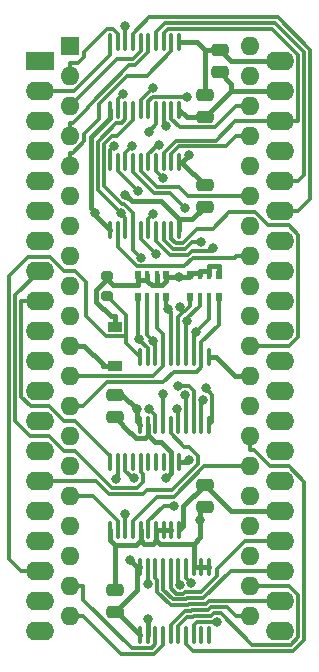
<source format=gbl>
G04 #@! TF.GenerationSoftware,KiCad,Pcbnew,(6.0.9)*
G04 #@! TF.CreationDate,2025-04-02T09:35:11+02:00*
G04 #@! TF.ProjectId,Sombrero_MSX_Goa'uld,536f6d62-7265-4726-9f5f-4d53585f476f,rev?*
G04 #@! TF.SameCoordinates,Original*
G04 #@! TF.FileFunction,Copper,L4,Bot*
G04 #@! TF.FilePolarity,Positive*
%FSLAX46Y46*%
G04 Gerber Fmt 4.6, Leading zero omitted, Abs format (unit mm)*
G04 Created by KiCad (PCBNEW (6.0.9)) date 2025-04-02 09:35:11*
%MOMM*%
%LPD*%
G01*
G04 APERTURE LIST*
G04 Aperture macros list*
%AMRoundRect*
0 Rectangle with rounded corners*
0 $1 Rounding radius*
0 $2 $3 $4 $5 $6 $7 $8 $9 X,Y pos of 4 corners*
0 Add a 4 corners polygon primitive as box body*
4,1,4,$2,$3,$4,$5,$6,$7,$8,$9,$2,$3,0*
0 Add four circle primitives for the rounded corners*
1,1,$1+$1,$2,$3*
1,1,$1+$1,$4,$5*
1,1,$1+$1,$6,$7*
1,1,$1+$1,$8,$9*
0 Add four rect primitives between the rounded corners*
20,1,$1+$1,$2,$3,$4,$5,0*
20,1,$1+$1,$4,$5,$6,$7,0*
20,1,$1+$1,$6,$7,$8,$9,0*
20,1,$1+$1,$8,$9,$2,$3,0*%
G04 Aperture macros list end*
G04 #@! TA.AperFunction,ComponentPad*
%ADD10R,2.400000X1.600000*%
G04 #@! TD*
G04 #@! TA.AperFunction,ComponentPad*
%ADD11O,2.400000X1.600000*%
G04 #@! TD*
G04 #@! TA.AperFunction,ComponentPad*
%ADD12R,1.600000X1.600000*%
G04 #@! TD*
G04 #@! TA.AperFunction,ComponentPad*
%ADD13O,1.600000X1.600000*%
G04 #@! TD*
G04 #@! TA.AperFunction,SMDPad,CuDef*
%ADD14RoundRect,0.100000X0.100000X-0.637500X0.100000X0.637500X-0.100000X0.637500X-0.100000X-0.637500X0*%
G04 #@! TD*
G04 #@! TA.AperFunction,SMDPad,CuDef*
%ADD15RoundRect,0.100000X-0.100000X0.637500X-0.100000X-0.637500X0.100000X-0.637500X0.100000X0.637500X0*%
G04 #@! TD*
G04 #@! TA.AperFunction,SMDPad,CuDef*
%ADD16RoundRect,0.250000X-0.475000X0.250000X-0.475000X-0.250000X0.475000X-0.250000X0.475000X0.250000X0*%
G04 #@! TD*
G04 #@! TA.AperFunction,SMDPad,CuDef*
%ADD17R,0.500000X0.800000*%
G04 #@! TD*
G04 #@! TA.AperFunction,SMDPad,CuDef*
%ADD18R,0.400000X0.800000*%
G04 #@! TD*
G04 #@! TA.AperFunction,SMDPad,CuDef*
%ADD19R,1.200000X0.900000*%
G04 #@! TD*
G04 #@! TA.AperFunction,SMDPad,CuDef*
%ADD20RoundRect,0.250000X0.475000X-0.250000X0.475000X0.250000X-0.475000X0.250000X-0.475000X-0.250000X0*%
G04 #@! TD*
G04 #@! TA.AperFunction,SMDPad,CuDef*
%ADD21RoundRect,0.200000X-0.275000X0.200000X-0.275000X-0.200000X0.275000X-0.200000X0.275000X0.200000X0*%
G04 #@! TD*
G04 #@! TA.AperFunction,ViaPad*
%ADD22C,0.800000*%
G04 #@! TD*
G04 #@! TA.AperFunction,Conductor*
%ADD23C,0.450000*%
G04 #@! TD*
G04 #@! TA.AperFunction,Conductor*
%ADD24C,0.400600*%
G04 #@! TD*
G04 #@! TA.AperFunction,Conductor*
%ADD25C,0.300000*%
G04 #@! TD*
G04 APERTURE END LIST*
D10*
X137160000Y-77470000D03*
D11*
X137160000Y-80010000D03*
X137160000Y-82550000D03*
X137160000Y-85090000D03*
X137160000Y-87630000D03*
X137160000Y-90170000D03*
X137160000Y-92710000D03*
X137160000Y-95250000D03*
X137160000Y-97790000D03*
X137160000Y-100330000D03*
X137160000Y-102870000D03*
X137160000Y-105410000D03*
X137160000Y-107950000D03*
X137160000Y-110490000D03*
X137160000Y-113030000D03*
X137160000Y-115570000D03*
X137160000Y-118110000D03*
X137160000Y-120650000D03*
X137160000Y-123190000D03*
X137160000Y-125730000D03*
X157480000Y-125730000D03*
X157480000Y-123190000D03*
X157480000Y-120650000D03*
X157480000Y-118110000D03*
X157480000Y-115570000D03*
X157480000Y-113030000D03*
X157480000Y-110490000D03*
X157480000Y-107950000D03*
X157480000Y-105410000D03*
X157480000Y-102870000D03*
X157480000Y-100330000D03*
X157480000Y-97790000D03*
X157480000Y-95250000D03*
X157480000Y-92710000D03*
X157480000Y-90170000D03*
X157480000Y-87630000D03*
X157480000Y-85090000D03*
X157480000Y-82550000D03*
X157480000Y-80010000D03*
X157480000Y-77470000D03*
D12*
X139710000Y-76200000D03*
D13*
X139710000Y-78740000D03*
X139710000Y-81280000D03*
X139710000Y-83820000D03*
X139710000Y-86360000D03*
X139710000Y-88900000D03*
X139710000Y-91440000D03*
X139710000Y-93980000D03*
X139710000Y-96520000D03*
X139710000Y-99060000D03*
X139710000Y-101600000D03*
X139710000Y-104140000D03*
X139710000Y-106680000D03*
X139710000Y-109220000D03*
X139710000Y-111760000D03*
X139710000Y-114300000D03*
X139710000Y-116840000D03*
X139710000Y-119380000D03*
X139710000Y-121920000D03*
X139710000Y-124460000D03*
X154950000Y-124460000D03*
X154950000Y-121920000D03*
X154950000Y-119380000D03*
X154950000Y-116840000D03*
X154950000Y-114300000D03*
X154950000Y-111760000D03*
X154950000Y-109220000D03*
X154950000Y-106680000D03*
X154950000Y-104140000D03*
X154950000Y-101600000D03*
X154950000Y-99060000D03*
X154950000Y-96520000D03*
X154950000Y-93980000D03*
X154950000Y-91440000D03*
X154950000Y-88900000D03*
X154950000Y-86360000D03*
X154950000Y-83820000D03*
X154950000Y-81280000D03*
X154950000Y-78740000D03*
X154950000Y-76200000D03*
D14*
X148975000Y-91762500D03*
X148325000Y-91762500D03*
X147675000Y-91762500D03*
X147025000Y-91762500D03*
X146375000Y-91762500D03*
X145725000Y-91762500D03*
X145075000Y-91762500D03*
X144425000Y-91762500D03*
X143775000Y-91762500D03*
X143125000Y-91762500D03*
X143125000Y-86037500D03*
X143775000Y-86037500D03*
X144425000Y-86037500D03*
X145075000Y-86037500D03*
X145725000Y-86037500D03*
X146375000Y-86037500D03*
X147025000Y-86037500D03*
X147675000Y-86037500D03*
X148325000Y-86037500D03*
X148975000Y-86037500D03*
D15*
X145665000Y-120327500D03*
X146315000Y-120327500D03*
X146965000Y-120327500D03*
X147615000Y-120327500D03*
X148265000Y-120327500D03*
X148915000Y-120327500D03*
X149565000Y-120327500D03*
X150215000Y-120327500D03*
X150865000Y-120327500D03*
X151515000Y-120327500D03*
X151515000Y-126052500D03*
X150865000Y-126052500D03*
X150215000Y-126052500D03*
X149565000Y-126052500D03*
X148915000Y-126052500D03*
X148265000Y-126052500D03*
X147615000Y-126052500D03*
X146965000Y-126052500D03*
X146315000Y-126052500D03*
X145665000Y-126052500D03*
X145665000Y-102547500D03*
X146315000Y-102547500D03*
X146965000Y-102547500D03*
X147615000Y-102547500D03*
X148265000Y-102547500D03*
X148915000Y-102547500D03*
X149565000Y-102547500D03*
X150215000Y-102547500D03*
X150865000Y-102547500D03*
X151515000Y-102547500D03*
X151515000Y-108272500D03*
X150865000Y-108272500D03*
X150215000Y-108272500D03*
X149565000Y-108272500D03*
X148915000Y-108272500D03*
X148265000Y-108272500D03*
X147615000Y-108272500D03*
X146965000Y-108272500D03*
X146315000Y-108272500D03*
X145665000Y-108272500D03*
D16*
X151130000Y-113350000D03*
X151130000Y-115250000D03*
D14*
X148975000Y-117162500D03*
X148325000Y-117162500D03*
X147675000Y-117162500D03*
X147025000Y-117162500D03*
X146375000Y-117162500D03*
X145725000Y-117162500D03*
X145075000Y-117162500D03*
X144425000Y-117162500D03*
X143775000Y-117162500D03*
X143125000Y-117162500D03*
X143125000Y-111437500D03*
X143775000Y-111437500D03*
X144425000Y-111437500D03*
X145075000Y-111437500D03*
X145725000Y-111437500D03*
X146375000Y-111437500D03*
X147025000Y-111437500D03*
X147675000Y-111437500D03*
X148325000Y-111437500D03*
X148975000Y-111437500D03*
D16*
X152400000Y-76520000D03*
X152400000Y-78420000D03*
D17*
X145485000Y-95620000D03*
D18*
X146285000Y-95620000D03*
X147085000Y-95620000D03*
D17*
X147885000Y-95620000D03*
X147885000Y-97420000D03*
D18*
X147085000Y-97420000D03*
X146285000Y-97420000D03*
D17*
X145485000Y-97420000D03*
D19*
X143510000Y-99950000D03*
X143510000Y-103250000D03*
D17*
X149930000Y-95620000D03*
D18*
X150730000Y-95620000D03*
X151530000Y-95620000D03*
D17*
X152330000Y-95620000D03*
X152330000Y-97420000D03*
D18*
X151530000Y-97420000D03*
X150730000Y-97420000D03*
D17*
X149930000Y-97420000D03*
D20*
X143510000Y-124140000D03*
X143510000Y-122240000D03*
D16*
X143510000Y-105730000D03*
X143510000Y-107630000D03*
X151130000Y-87950000D03*
X151130000Y-89850000D03*
X151130000Y-80330000D03*
X151130000Y-82230000D03*
D14*
X148975000Y-81602500D03*
X148325000Y-81602500D03*
X147675000Y-81602500D03*
X147025000Y-81602500D03*
X146375000Y-81602500D03*
X145725000Y-81602500D03*
X145075000Y-81602500D03*
X144425000Y-81602500D03*
X143775000Y-81602500D03*
X143125000Y-81602500D03*
X143125000Y-75877500D03*
X143775000Y-75877500D03*
X144425000Y-75877500D03*
X145075000Y-75877500D03*
X145725000Y-75877500D03*
X146375000Y-75877500D03*
X147025000Y-75877500D03*
X147675000Y-75877500D03*
X148325000Y-75877500D03*
X148975000Y-75877500D03*
D21*
X142875000Y-95695000D03*
X142875000Y-97345000D03*
D22*
X145373600Y-106928600D03*
X149777300Y-111268800D03*
X150777400Y-116353400D03*
X141872700Y-90291000D03*
X144423600Y-88793000D03*
X146339400Y-124684900D03*
X147869400Y-112789700D03*
X150827000Y-92791600D03*
X147842300Y-82947400D03*
X151844700Y-93336600D03*
X146394300Y-83453300D03*
X145748200Y-94102200D03*
X144037100Y-90345100D03*
X144425000Y-115797300D03*
X145561900Y-101014200D03*
X146768400Y-101166600D03*
X148069800Y-98486900D03*
X149070000Y-98284300D03*
X149639800Y-99512200D03*
X150358900Y-100446300D03*
X146800700Y-90403800D03*
X146992900Y-93770700D03*
X145451500Y-88452500D03*
X147289100Y-84532800D03*
X149612100Y-80496600D03*
X144260300Y-80214500D03*
X146738500Y-79728400D03*
X152193800Y-124965900D03*
X143462700Y-84663000D03*
X144987900Y-84674000D03*
X144426000Y-74526100D03*
X149432400Y-89902100D03*
X147628100Y-87381700D03*
X148500900Y-115125500D03*
X150008000Y-121671300D03*
X149007900Y-121801800D03*
X144853500Y-119749900D03*
X148938500Y-95721100D03*
X149818500Y-85457200D03*
X143662600Y-112816200D03*
X145164600Y-112779500D03*
X146315000Y-121701900D03*
X151217200Y-105174600D03*
X151009000Y-106175700D03*
X148834100Y-104992300D03*
X149476700Y-105764300D03*
X148813000Y-106919400D03*
X147581200Y-105684300D03*
X146455400Y-106933400D03*
D23*
X143510000Y-105730000D02*
X144175000Y-105730000D01*
X157480000Y-115570000D02*
X153350000Y-115570000D01*
X148975000Y-117162500D02*
X148975100Y-117162500D01*
X145373600Y-107981100D02*
X145373600Y-106928600D01*
X149326000Y-115154000D02*
X151130000Y-113350000D01*
X144175000Y-105730000D02*
X145373600Y-106928600D01*
X148975100Y-117162500D02*
X149326000Y-116811600D01*
X149326000Y-116811600D02*
X149326000Y-115154000D01*
X153350000Y-115570000D02*
X151130000Y-113350000D01*
X149777300Y-111268800D02*
X149608600Y-111437500D01*
X145665000Y-108272500D02*
X145373600Y-107981100D01*
X149608600Y-111437500D02*
X148975000Y-111437500D01*
X147322600Y-118326100D02*
X150215000Y-118326100D01*
X150865000Y-120327500D02*
X150215000Y-120327500D01*
X157480000Y-80010000D02*
X153350000Y-80010000D01*
X145328100Y-118410400D02*
X145725000Y-118013500D01*
X148300600Y-111682300D02*
X148300600Y-112358500D01*
X153350000Y-80010000D02*
X151130000Y-82230000D01*
D24*
X148300600Y-111461900D02*
X148312800Y-111449700D01*
X145334800Y-109410800D02*
X146059700Y-109410800D01*
D23*
X143125000Y-81602500D02*
X143125000Y-82312400D01*
X141872700Y-90510200D02*
X143125000Y-91762500D01*
X141872700Y-90291000D02*
X141872700Y-90510200D01*
X151130000Y-115250000D02*
X150777400Y-115602600D01*
X147025000Y-118028500D02*
X147322600Y-118326100D01*
X148300600Y-112358500D02*
X147869400Y-112789700D01*
X150777400Y-115602600D02*
X150777400Y-116353400D01*
X148312800Y-111449700D02*
X148312800Y-111437500D01*
X150101900Y-90878100D02*
X148975000Y-90878100D01*
D24*
X146059700Y-109410800D02*
X146065200Y-109405300D01*
D23*
X143125000Y-118025400D02*
X143510000Y-118410400D01*
X154950000Y-104140000D02*
X153724900Y-104140000D01*
X141498700Y-89917000D02*
X141872700Y-90291000D01*
X146339400Y-108517300D02*
X146339400Y-109131100D01*
X152400000Y-78420000D02*
X153350000Y-79370000D01*
X143510000Y-118410400D02*
X143510000Y-122240000D01*
X153350000Y-79370000D02*
X153350000Y-80010000D01*
D24*
X146339400Y-108296900D02*
X146315000Y-108272500D01*
X144863400Y-108939400D02*
X145334800Y-109410800D01*
D23*
X145725000Y-118013500D02*
X146039200Y-118327700D01*
X150215000Y-120327500D02*
X150215000Y-118326100D01*
X149602500Y-82230000D02*
X151130000Y-82230000D01*
X147675000Y-117162500D02*
X148325000Y-117162500D01*
X147025000Y-117162500D02*
X147675000Y-117162500D01*
X145725000Y-118013500D02*
X145725000Y-117162500D01*
D24*
X148300600Y-111682300D02*
X148300600Y-111461900D01*
D23*
X148975000Y-90878100D02*
X148975000Y-91762500D01*
D24*
X148312800Y-111437500D02*
X148325000Y-111437500D01*
D23*
X144423600Y-88793000D02*
X144981600Y-89351000D01*
X141498700Y-83938700D02*
X141498700Y-89917000D01*
D24*
X146339400Y-108517300D02*
X146339400Y-108296900D01*
D23*
X146339400Y-109131100D02*
X146065200Y-109405300D01*
X146339400Y-125807700D02*
X146339400Y-124684900D01*
X152132400Y-102547500D02*
X151515000Y-102547500D01*
X151130000Y-89850000D02*
X150101900Y-90878100D01*
X148975000Y-81602500D02*
X149602500Y-82230000D01*
X147025000Y-118028500D02*
X147025000Y-117162500D01*
X147466800Y-109679500D02*
X146887800Y-109679500D01*
X143510000Y-118410400D02*
X145328100Y-118410400D01*
D24*
X146339400Y-126028100D02*
X146315000Y-126052500D01*
D23*
X150777400Y-117763700D02*
X150777400Y-116353400D01*
X148312800Y-110525500D02*
X147466800Y-109679500D01*
X146725800Y-118327700D02*
X147025000Y-118028500D01*
X153724900Y-104140000D02*
X152132400Y-102547500D01*
X147447900Y-89351000D02*
X148975000Y-90878100D01*
X150215000Y-118326100D02*
X150777400Y-117763700D01*
X148312800Y-111437500D02*
X148312800Y-110525500D01*
X143510000Y-107630000D02*
X144819400Y-108939400D01*
X144981600Y-89351000D02*
X147447900Y-89351000D01*
X146039200Y-118327700D02*
X146725800Y-118327700D01*
D24*
X146339400Y-125807700D02*
X146339400Y-126028100D01*
D23*
X143125000Y-82312400D02*
X141498700Y-83938700D01*
X151515000Y-120327500D02*
X150865000Y-120327500D01*
X144819400Y-108939400D02*
X144863400Y-108939400D01*
X146887800Y-109679500D02*
X146339400Y-109131100D01*
X143125000Y-117162500D02*
X143125000Y-118025400D01*
X142484900Y-103149800D02*
X142484900Y-103250000D01*
X143510000Y-103250000D02*
X142484900Y-103250000D01*
X139710000Y-101600000D02*
X140935100Y-101600000D01*
X140935100Y-101600000D02*
X142484900Y-103149800D01*
D25*
X148423700Y-93378900D02*
X149482700Y-93378900D01*
X147675000Y-92630200D02*
X148423700Y-93378900D01*
X147675000Y-81602500D02*
X147675000Y-82780100D01*
X147675000Y-82780100D02*
X147842300Y-82947400D01*
X147675000Y-91762500D02*
X147675000Y-92630200D01*
X149482700Y-93378900D02*
X150070000Y-92791600D01*
X150070000Y-92791600D02*
X150827000Y-92791600D01*
X158244300Y-91378600D02*
X159075800Y-92210100D01*
X151822100Y-91697400D02*
X153232000Y-90287500D01*
X153232000Y-90287500D02*
X155424100Y-90287500D01*
X159075800Y-92210100D02*
X159075800Y-100794200D01*
X155424100Y-90287500D02*
X156515200Y-91378600D01*
X156515200Y-91378600D02*
X158244300Y-91378600D01*
X149275500Y-92878800D02*
X150456900Y-91697400D01*
X150456900Y-91697400D02*
X151822100Y-91697400D01*
X159075800Y-100794200D02*
X158270000Y-101600000D01*
X148325000Y-91762500D02*
X148325000Y-92503000D01*
X148700800Y-92878800D02*
X149275500Y-92878800D01*
X148325000Y-92503000D02*
X148700800Y-92878800D01*
X158270000Y-101600000D02*
X154950000Y-101600000D01*
X147025000Y-91762500D02*
X147025000Y-92701700D01*
X150027100Y-93541700D02*
X151639600Y-93541700D01*
X149689800Y-93879000D02*
X150027100Y-93541700D01*
X148202300Y-93879000D02*
X149689800Y-93879000D01*
X147025000Y-82822600D02*
X146394300Y-83453300D01*
X151639600Y-93541700D02*
X151844700Y-93336600D01*
X147025000Y-92701700D02*
X148202300Y-93879000D01*
X147025000Y-81602500D02*
X147025000Y-82822600D01*
X145075000Y-82476400D02*
X143751100Y-83800300D01*
X145075000Y-90322200D02*
X145075000Y-91762500D01*
X142573900Y-88053000D02*
X144097300Y-89576400D01*
X143264700Y-83800300D02*
X142573900Y-84491100D01*
X142573900Y-84491100D02*
X142573900Y-88053000D01*
X144329200Y-89576400D02*
X145075000Y-90322200D01*
X145075000Y-91762500D02*
X145075000Y-93429000D01*
X144097300Y-89576400D02*
X144329200Y-89576400D01*
X145075000Y-81602500D02*
X145075000Y-82476400D01*
X143751100Y-83800300D02*
X143264700Y-83800300D01*
X145075000Y-93429000D02*
X145748200Y-94102200D01*
X144425000Y-90733000D02*
X144425000Y-91762500D01*
X143648700Y-82709100D02*
X142073800Y-84284000D01*
X142073800Y-88381800D02*
X144037100Y-90345100D01*
X142073800Y-84284000D02*
X142073800Y-88381800D01*
X144425000Y-82384700D02*
X144100600Y-82709100D01*
X144100600Y-82709100D02*
X143648700Y-82709100D01*
X144037100Y-90345100D02*
X144425000Y-90733000D01*
X144425000Y-81602500D02*
X144425000Y-82384700D01*
X139710000Y-121920000D02*
X140860100Y-121920000D01*
X140860100Y-123070100D02*
X140860100Y-121920000D01*
X146965000Y-126855600D02*
X146637800Y-127182800D01*
X146965000Y-126052500D02*
X146965000Y-126855600D01*
X144972800Y-127182800D02*
X140860100Y-123070100D01*
X146637800Y-127182800D02*
X144972800Y-127182800D01*
X147615000Y-126052500D02*
X147615000Y-126917400D01*
X139710000Y-124460000D02*
X140860100Y-124460000D01*
X147615000Y-126917400D02*
X146845000Y-127687400D01*
X144087500Y-127687400D02*
X140860100Y-124460000D01*
X146845000Y-127687400D02*
X144087500Y-127687400D01*
X151679100Y-123712500D02*
X153052400Y-123712500D01*
X150048700Y-123943400D02*
X151448200Y-123943400D01*
X153052400Y-123712500D02*
X153799900Y-124460000D01*
X148265000Y-126052500D02*
X148265000Y-125248600D01*
X151448200Y-123943400D02*
X151679100Y-123712500D01*
X149939900Y-124052200D02*
X150048700Y-123943400D01*
X154950000Y-124460000D02*
X153799900Y-124460000D01*
X148265000Y-125248600D02*
X149461400Y-124052200D01*
X149461400Y-124052200D02*
X149939900Y-124052200D01*
X158302600Y-121920000D02*
X154950000Y-121920000D01*
X159032500Y-126250500D02*
X159032500Y-122649900D01*
X148915000Y-125314100D02*
X149676800Y-124552300D01*
X150147000Y-124552300D02*
X150255800Y-124443500D01*
X151655300Y-124443500D02*
X151886200Y-124212600D01*
X149676800Y-124552300D02*
X150147000Y-124552300D01*
X155169300Y-126880600D02*
X158402400Y-126880600D01*
X148915000Y-126052500D02*
X148915000Y-125314100D01*
X159032500Y-122649900D02*
X158302600Y-121920000D01*
X151886200Y-124212600D02*
X152501300Y-124212600D01*
X158402400Y-126880600D02*
X159032500Y-126250500D01*
X152501300Y-124212600D02*
X155169300Y-126880600D01*
X150255800Y-124443500D02*
X151655300Y-124443500D01*
X154950000Y-111760000D02*
X153799900Y-111760000D01*
X145075000Y-116390500D02*
X145075000Y-117162500D01*
X151118800Y-111760000D02*
X148503400Y-114375400D01*
X147090100Y-114375400D02*
X145075000Y-116390500D01*
X153799900Y-111760000D02*
X151118800Y-111760000D01*
X148503400Y-114375400D02*
X147090100Y-114375400D01*
X144425000Y-117162500D02*
X144425000Y-115797300D01*
X145561900Y-101045300D02*
X145561900Y-101014200D01*
X145485000Y-100937300D02*
X145485000Y-97420000D01*
X145561900Y-101014200D02*
X145485000Y-100937300D01*
X146315000Y-101798400D02*
X145561900Y-101045300D01*
X146315000Y-102547500D02*
X146315000Y-101798400D01*
X146965000Y-101363200D02*
X146768400Y-101166600D01*
X146768400Y-101159900D02*
X146285000Y-100676500D01*
X146285000Y-100676500D02*
X146285000Y-97420000D01*
X146965000Y-102547500D02*
X146965000Y-101363200D01*
X146768400Y-101166600D02*
X146768400Y-101159900D01*
X147085000Y-100037600D02*
X147085000Y-97420000D01*
X147615000Y-103274800D02*
X147615000Y-102547500D01*
X147615000Y-100567600D02*
X147085000Y-100037600D01*
X146749800Y-104140000D02*
X147615000Y-103274800D01*
X147615000Y-102547500D02*
X147615000Y-100567600D01*
X140860100Y-104140000D02*
X146749800Y-104140000D01*
X139710000Y-104140000D02*
X140860100Y-104140000D01*
X148069800Y-98486900D02*
X148265000Y-98682100D01*
X147885000Y-98170100D02*
X148069800Y-98354900D01*
X148069800Y-98354900D02*
X148069800Y-98486900D01*
X147885000Y-97420000D02*
X147885000Y-98170100D01*
X148265000Y-98682100D02*
X148265000Y-102547500D01*
X149499300Y-98600800D02*
X149386500Y-98600800D01*
X149386500Y-98600800D02*
X149070000Y-98284300D01*
X148889700Y-99097600D02*
X148889700Y-102522200D01*
X149930000Y-98170100D02*
X149499300Y-98600800D01*
X148889700Y-102522200D02*
X148915000Y-102547500D01*
X149930000Y-97420000D02*
X149930000Y-98170100D01*
X149386500Y-98600800D02*
X148889700Y-99097600D01*
X150730000Y-97420000D02*
X150730000Y-98170100D01*
X150730000Y-98170100D02*
X149639800Y-99260300D01*
X149565000Y-99587000D02*
X149565000Y-102547500D01*
X149639800Y-99512200D02*
X149565000Y-99587000D01*
X149639800Y-99260300D02*
X149639800Y-99512200D01*
X150215000Y-102547500D02*
X150215000Y-100590200D01*
X151530000Y-97420000D02*
X151530000Y-99275200D01*
X150215000Y-100590200D02*
X150358900Y-100446300D01*
X151530000Y-99275200D02*
X150358900Y-100446300D01*
X150865000Y-102547500D02*
X150865000Y-103363600D01*
X152330000Y-97420000D02*
X152330000Y-99806300D01*
X148521500Y-103761900D02*
X147643200Y-104640200D01*
X150865000Y-103363600D02*
X150466700Y-103761900D01*
X139710000Y-106680000D02*
X140860100Y-106680000D01*
X147643200Y-104640200D02*
X142899900Y-104640200D01*
X150466700Y-103761900D02*
X148521500Y-103761900D01*
X142899900Y-104640200D02*
X140860100Y-106680000D01*
X152330000Y-99806300D02*
X150865000Y-101271300D01*
X150865000Y-101271300D02*
X150865000Y-102547500D01*
X146375000Y-91762500D02*
X146375000Y-90829500D01*
X146375000Y-90829500D02*
X146800700Y-90403800D01*
X145725000Y-92502800D02*
X146992900Y-93770700D01*
X145725000Y-91762500D02*
X145725000Y-92502800D01*
X143775000Y-93189700D02*
X145437600Y-94852300D01*
X154950000Y-93980000D02*
X153799900Y-93980000D01*
X153659900Y-94120000D02*
X153799900Y-93980000D01*
X149423900Y-94852300D02*
X150156200Y-94120000D01*
X145437600Y-94852300D02*
X149423900Y-94852300D01*
X150156200Y-94120000D02*
X153659900Y-94120000D01*
X143775000Y-91762500D02*
X143775000Y-93189700D01*
X143775000Y-86037500D02*
X143775000Y-86776000D01*
X143775000Y-86776000D02*
X145451500Y-88452500D01*
X147078100Y-88131900D02*
X145725000Y-86778800D01*
X148986500Y-88131900D02*
X147078100Y-88131900D01*
X154950000Y-88900000D02*
X153799900Y-88900000D01*
X145725000Y-86778800D02*
X145725000Y-86037500D01*
X149754600Y-88900000D02*
X148986500Y-88131900D01*
X153799900Y-88900000D02*
X149754600Y-88900000D01*
X146375000Y-85308400D02*
X147150600Y-84532800D01*
X146375000Y-86037500D02*
X146375000Y-85308400D01*
X147150600Y-84532800D02*
X147289100Y-84532800D01*
X148325000Y-85302600D02*
X148325000Y-86037500D01*
X154950000Y-83820000D02*
X153799900Y-83820000D01*
X152922400Y-84697500D02*
X148930100Y-84697500D01*
X148930100Y-84697500D02*
X148325000Y-85302600D01*
X153799900Y-83820000D02*
X152922400Y-84697500D01*
X146375000Y-81602500D02*
X146375000Y-80872500D01*
X146375000Y-80872500D02*
X146750900Y-80496600D01*
X146750900Y-80496600D02*
X149612100Y-80496600D01*
X140923600Y-83682200D02*
X140923600Y-84259200D01*
X146211100Y-78754100D02*
X144534600Y-78754100D01*
X140923600Y-84259200D02*
X139972900Y-85209900D01*
X139972900Y-85209900D02*
X139710000Y-85209900D01*
X144534600Y-78754100D02*
X142198800Y-81089900D01*
X139710000Y-86360000D02*
X139710000Y-85209900D01*
X142198800Y-81089900D02*
X142198800Y-82407000D01*
X148325000Y-76640200D02*
X146211100Y-78754100D01*
X148325000Y-75877500D02*
X148325000Y-76640200D01*
X142198800Y-82407000D02*
X140923600Y-83682200D01*
X143775000Y-80699800D02*
X144260300Y-80214500D01*
X143775000Y-81602500D02*
X143775000Y-80699800D01*
X145725000Y-80741900D02*
X145725000Y-81602500D01*
X146738500Y-79728400D02*
X145725000Y-80741900D01*
X140922600Y-77106500D02*
X140439200Y-77589900D01*
X143775000Y-75877500D02*
X143775000Y-75141500D01*
X143775000Y-75141500D02*
X143403800Y-74770300D01*
X139710000Y-78740000D02*
X139710000Y-77589900D01*
X140922600Y-76670400D02*
X140922600Y-77106500D01*
X142822700Y-74770300D02*
X140922600Y-76670400D01*
X140439200Y-77589900D02*
X139710000Y-77589900D01*
X143403800Y-74770300D02*
X142822700Y-74770300D01*
X151988600Y-83091300D02*
X149084700Y-83091300D01*
X149084700Y-83091300D02*
X148325000Y-82331600D01*
X153799900Y-81280000D02*
X151988600Y-83091300D01*
X148325000Y-82331600D02*
X148325000Y-81602500D01*
X154950000Y-81280000D02*
X153799900Y-81280000D01*
X146375000Y-76689500D02*
X145250000Y-77814500D01*
X140016000Y-82669900D02*
X139710000Y-82669900D01*
X141226500Y-81459400D02*
X140016000Y-82669900D01*
X141226500Y-81318300D02*
X141226500Y-81459400D01*
X145250000Y-77814500D02*
X144730300Y-77814500D01*
X139710000Y-83820000D02*
X139710000Y-82669900D01*
X144730300Y-77814500D02*
X141226500Y-81318300D01*
X146375000Y-75877500D02*
X146375000Y-76689500D01*
X145725000Y-76630000D02*
X145040600Y-77314400D01*
X145725000Y-75877500D02*
X145725000Y-76630000D01*
X143675600Y-77314400D02*
X139710000Y-81280000D01*
X145040600Y-77314400D02*
X143675600Y-77314400D01*
X141089800Y-96183700D02*
X140156100Y-95250000D01*
X134600100Y-119640200D02*
X135609900Y-120650000D01*
X139186600Y-95250000D02*
X138033800Y-94097200D01*
X138033800Y-94097200D02*
X136184600Y-94097200D01*
X142754100Y-100753100D02*
X141089800Y-99088800D01*
X140156100Y-95250000D02*
X139186600Y-95250000D01*
X144460200Y-100753100D02*
X142754100Y-100753100D01*
X144460200Y-101342700D02*
X145665000Y-102547500D01*
X144460200Y-98930200D02*
X144460200Y-100753100D01*
X142875000Y-97345000D02*
X144460200Y-98930200D01*
X141089800Y-99088800D02*
X141089800Y-96183700D01*
X134600100Y-95681700D02*
X134600100Y-119640200D01*
X144460200Y-100753100D02*
X144460200Y-101342700D01*
X136184600Y-94097200D02*
X134600100Y-95681700D01*
X137160000Y-120650000D02*
X135609900Y-120650000D01*
X158629400Y-127406600D02*
X159580000Y-126456000D01*
X149565000Y-126785300D02*
X150186300Y-127406600D01*
X156703200Y-111760000D02*
X155313300Y-110370100D01*
X150186300Y-127406600D02*
X158629400Y-127406600D01*
X158270000Y-111760000D02*
X156703200Y-111760000D01*
X149565000Y-126052500D02*
X149565000Y-126785300D01*
X154950000Y-109220000D02*
X154950000Y-110370100D01*
X155313300Y-110370100D02*
X154950000Y-110370100D01*
X159580000Y-113070000D02*
X158270000Y-111760000D01*
X159580000Y-126456000D02*
X159580000Y-113070000D01*
X150215000Y-125236400D02*
X150507800Y-124943600D01*
X150215000Y-126052500D02*
X150215000Y-125236400D01*
X150507800Y-124943600D02*
X152171500Y-124943600D01*
X152171500Y-124943600D02*
X152193800Y-124965900D01*
X143125000Y-86037500D02*
X143125000Y-85000700D01*
X143125000Y-85000700D02*
X143462700Y-84663000D01*
X144425000Y-75877500D02*
X144426000Y-75876500D01*
X144425000Y-86037500D02*
X144425000Y-85236900D01*
X144426000Y-75876500D02*
X144426000Y-74526100D01*
X144425000Y-85236900D02*
X144987900Y-84674000D01*
X145075000Y-86836200D02*
X145075000Y-86037500D01*
X149432400Y-89902100D02*
X148162300Y-88632000D01*
X160069200Y-89130900D02*
X159030100Y-90170000D01*
X148162300Y-88632000D02*
X146870800Y-88632000D01*
X160069200Y-76515100D02*
X160069200Y-89130900D01*
X146457600Y-73766900D02*
X157321000Y-73766900D01*
X157480000Y-90170000D02*
X159030100Y-90170000D01*
X145075000Y-75877500D02*
X145075000Y-75149500D01*
X146870800Y-88632000D02*
X145075000Y-86836200D01*
X157321000Y-73766900D02*
X160069200Y-76515100D01*
X145075000Y-75149500D02*
X146457600Y-73766900D01*
X147025000Y-86037500D02*
X147025000Y-86778600D01*
X157480000Y-87630000D02*
X159030100Y-87630000D01*
X159547800Y-87112300D02*
X159030100Y-87630000D01*
X159547800Y-76724300D02*
X159547800Y-87112300D01*
X147025000Y-75877500D02*
X147025000Y-75027400D01*
X147025000Y-75027400D02*
X147785300Y-74267100D01*
X147785300Y-74267100D02*
X157090600Y-74267100D01*
X157090600Y-74267100D02*
X159547800Y-76724300D01*
X147025000Y-86778600D02*
X147628100Y-87381700D01*
X147687400Y-115125500D02*
X148500900Y-115125500D01*
X146375000Y-116437900D02*
X147687400Y-115125500D01*
X146375000Y-117162500D02*
X146375000Y-116437900D01*
X141642600Y-114300000D02*
X139710000Y-114300000D01*
X143775000Y-117162500D02*
X143775000Y-116432400D01*
X143775000Y-116432400D02*
X141642600Y-114300000D01*
X157480000Y-82550000D02*
X153706500Y-82550000D01*
X152059100Y-84197400D02*
X148716800Y-84197400D01*
X153706500Y-82550000D02*
X152059100Y-84197400D01*
X147675000Y-75091500D02*
X147999200Y-74767300D01*
X148716800Y-84197400D02*
X147675000Y-85239200D01*
X147675000Y-85239200D02*
X147675000Y-86037500D01*
X157480000Y-82550000D02*
X159030100Y-82550000D01*
X147999200Y-74767300D02*
X156840900Y-74767300D01*
X156840900Y-74767300D02*
X159030100Y-76956500D01*
X159030100Y-76956500D02*
X159030100Y-82550000D01*
X147675000Y-75877500D02*
X147675000Y-75091500D01*
X143125000Y-75877500D02*
X143125000Y-76960000D01*
X143125000Y-76960000D02*
X140075000Y-80010000D01*
X140075000Y-80010000D02*
X137160000Y-80010000D01*
X137160000Y-95250000D02*
X135100200Y-97309800D01*
X137916600Y-109220000D02*
X139186600Y-110490000D01*
X135100200Y-107954200D02*
X136366000Y-109220000D01*
X135100200Y-97309800D02*
X135100200Y-107954200D01*
X145725000Y-112279100D02*
X145725000Y-111437500D01*
X145914700Y-113090200D02*
X145914700Y-112468800D01*
X136366000Y-109220000D02*
X137916600Y-109220000D01*
X140140200Y-110490000D02*
X143254100Y-113603900D01*
X143254100Y-113603900D02*
X145401000Y-113603900D01*
X139186600Y-110490000D02*
X140140200Y-110490000D01*
X145401000Y-113603900D02*
X145914700Y-113090200D01*
X145914700Y-112468800D02*
X145725000Y-112279100D01*
X136402700Y-106680000D02*
X135609900Y-105887200D01*
X137160000Y-97790000D02*
X135609900Y-97790000D01*
X143125000Y-111437500D02*
X143125000Y-110906300D01*
X140168700Y-107950000D02*
X139186600Y-107950000D01*
X135609900Y-105887200D02*
X135609900Y-97790000D01*
X137916600Y-106680000D02*
X136402700Y-106680000D01*
X139186600Y-107950000D02*
X137916600Y-106680000D01*
X143125000Y-110906300D02*
X140168700Y-107950000D01*
X150008000Y-121671300D02*
X149565000Y-121228300D01*
X149565000Y-121228300D02*
X149565000Y-120327500D01*
X148915000Y-121708900D02*
X149007900Y-121801800D01*
X148915000Y-120327500D02*
X148915000Y-121708900D01*
D23*
X143181800Y-99074900D02*
X141945500Y-97838600D01*
X149828900Y-95721100D02*
X149930000Y-95620000D01*
X150730000Y-95413700D02*
X150730000Y-95207400D01*
X142843700Y-95953300D02*
X143335500Y-96445100D01*
X145485000Y-96004900D02*
X145485000Y-96445100D01*
X145485000Y-95620000D02*
X145485000Y-96004900D01*
X150136300Y-95413700D02*
X149930000Y-95620000D01*
X149238200Y-86058200D02*
X149238200Y-86037500D01*
X143510000Y-99950000D02*
X143510000Y-99074900D01*
X147885000Y-95822200D02*
X147885000Y-96055900D01*
X145376200Y-120327500D02*
X145376200Y-122273800D01*
X151130000Y-76520000D02*
X152400000Y-76520000D01*
X148975000Y-75877500D02*
X150487500Y-75877500D01*
X145376200Y-120327500D02*
X145665000Y-120327500D01*
X147885000Y-96055900D02*
X147495800Y-96445100D01*
X149238200Y-86037500D02*
X148975000Y-86037500D01*
X143335500Y-96445100D02*
X145485000Y-96445100D01*
X151530000Y-95207400D02*
X150730000Y-95207400D01*
X147085000Y-95620000D02*
X147085000Y-96445100D01*
X151530000Y-95207400D02*
X151530000Y-94794900D01*
X146285000Y-96004900D02*
X145485000Y-96004900D01*
X153350000Y-77470000D02*
X152400000Y-76520000D01*
X141945500Y-96851500D02*
X142843700Y-95953300D01*
X152330000Y-95620000D02*
X152330000Y-94794900D01*
X141945500Y-97838600D02*
X141945500Y-96851500D01*
X147885000Y-95721100D02*
X148938500Y-95721100D01*
X143510000Y-99074900D02*
X143181800Y-99074900D01*
X146662200Y-96445100D02*
X147085000Y-96445100D01*
X146285000Y-95942000D02*
X146285000Y-96004900D01*
X142843700Y-95726300D02*
X142843700Y-95953300D01*
X149818500Y-85457200D02*
X149238200Y-86037500D01*
X142875000Y-95695000D02*
X142843700Y-95726300D01*
X151530000Y-95620000D02*
X151530000Y-95207400D01*
X146285000Y-96067900D02*
X146662200Y-96445100D01*
X151130000Y-87950000D02*
X149238200Y-86058200D01*
X151130000Y-76520000D02*
X151130000Y-80330000D01*
X147885000Y-95620000D02*
X147885000Y-95721100D01*
X145376200Y-120327500D02*
X145376200Y-120272600D01*
X150487500Y-75877500D02*
X151130000Y-76520000D01*
X152330000Y-94794900D02*
X151530000Y-94794900D01*
X145376200Y-122273800D02*
X143631300Y-124018700D01*
X147885000Y-95721100D02*
X147885000Y-95822200D01*
X150730000Y-95620000D02*
X150730000Y-95413700D01*
X145376200Y-120272600D02*
X144853500Y-119749900D01*
X148938500Y-95721100D02*
X149828900Y-95721100D01*
X143631300Y-124018700D02*
X143510000Y-124140000D01*
X147495800Y-96445100D02*
X147085000Y-96445100D01*
X157480000Y-77470000D02*
X153350000Y-77470000D01*
X146285000Y-96004900D02*
X146285000Y-96067900D01*
X143631300Y-124018700D02*
X145665000Y-126052500D01*
X146285000Y-95620000D02*
X146285000Y-95942000D01*
X150730000Y-95413700D02*
X150136300Y-95413700D01*
D25*
X143775000Y-111437500D02*
X143775000Y-112703800D01*
X143775000Y-112703800D02*
X143662600Y-112816200D01*
X144425000Y-111437500D02*
X144425000Y-112176000D01*
X144425000Y-112176000D02*
X145028500Y-112779500D01*
X145028500Y-112779500D02*
X145164600Y-112779500D01*
X148265000Y-120327500D02*
X148257700Y-120334800D01*
X152178200Y-121091800D02*
X152178200Y-120460900D01*
X152178200Y-120460900D02*
X154529100Y-118110000D01*
X148257700Y-122112300D02*
X148697300Y-122551900D01*
X149318600Y-122551900D02*
X149427400Y-122443100D01*
X149427400Y-122443100D02*
X150826900Y-122443100D01*
X154529100Y-118110000D02*
X157480000Y-118110000D01*
X150826900Y-122443100D02*
X152178200Y-121091800D01*
X148697300Y-122551900D02*
X149318600Y-122551900D01*
X148257700Y-120334800D02*
X148257700Y-122112300D01*
X149634500Y-122943200D02*
X151033900Y-122943200D01*
X151033900Y-122943200D02*
X153327100Y-120650000D01*
X147639800Y-120352300D02*
X147639800Y-122221900D01*
X149525700Y-123052000D02*
X149634500Y-122943200D01*
X153327100Y-120650000D02*
X157480000Y-120650000D01*
X147639800Y-122221900D02*
X148469900Y-123052000D01*
X147615000Y-120327500D02*
X147639800Y-120352300D01*
X148469900Y-123052000D02*
X149525700Y-123052000D01*
X151494400Y-123190000D02*
X155929900Y-123190000D01*
X146965000Y-121263700D02*
X147139700Y-121438400D01*
X146965000Y-120327500D02*
X146965000Y-121263700D01*
X149841600Y-123443300D02*
X151241100Y-123443300D01*
X148262800Y-123552100D02*
X149732800Y-123552100D01*
X147139700Y-121438400D02*
X147139700Y-122429000D01*
X151241100Y-123443300D02*
X151494400Y-123190000D01*
X149732800Y-123552100D02*
X149841600Y-123443300D01*
X147139700Y-122429000D02*
X148262800Y-123552100D01*
X157480000Y-123190000D02*
X155929900Y-123190000D01*
X146315000Y-120327500D02*
X146315000Y-121701900D01*
X151764700Y-108022800D02*
X151764700Y-105722100D01*
X151515000Y-108272500D02*
X151764700Y-108022800D01*
X151764700Y-105722100D02*
X151217200Y-105174600D01*
X150865000Y-108272500D02*
X150865000Y-106319700D01*
X150865000Y-106319700D02*
X151009000Y-106175700D01*
X150226800Y-108260700D02*
X150226800Y-105375900D01*
X149843200Y-104992300D02*
X148834100Y-104992300D01*
X150215000Y-108272500D02*
X150226800Y-108260700D01*
X150226800Y-105375900D02*
X149843200Y-104992300D01*
X149565000Y-108272500D02*
X149565000Y-105852600D01*
X149565000Y-105852600D02*
X149476700Y-105764300D01*
X148915000Y-108272500D02*
X148915000Y-107021400D01*
X148915000Y-107021400D02*
X148813000Y-106919400D01*
X150579000Y-110927600D02*
X149799000Y-110147600D01*
X141924600Y-113030000D02*
X142998600Y-114104000D01*
X150579000Y-111547600D02*
X150579000Y-110927600D01*
X146256700Y-113779600D02*
X148347000Y-113779600D01*
X148265000Y-108997100D02*
X148265000Y-108272500D01*
X149415500Y-110147600D02*
X148265000Y-108997100D01*
X148347000Y-113779600D02*
X150579000Y-111547600D01*
X149799000Y-110147600D02*
X149415500Y-110147600D01*
X145932300Y-114104000D02*
X146256700Y-113779600D01*
X137160000Y-113030000D02*
X141924600Y-113030000D01*
X142998600Y-114104000D02*
X145932300Y-114104000D01*
X147615000Y-108272500D02*
X147615000Y-105718100D01*
X147615000Y-105718100D02*
X147581200Y-105684300D01*
X146965000Y-108272500D02*
X146965000Y-107443000D01*
X146965000Y-107443000D02*
X146455400Y-106933400D01*
M02*

</source>
